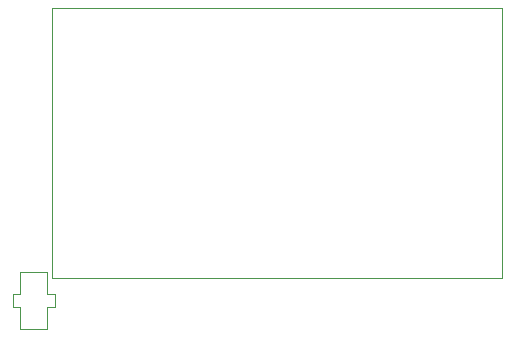
<source format=gbr>
G04 #@! TF.GenerationSoftware,KiCad,Pcbnew,6.0.9+dfsg-1*
G04 #@! TF.CreationDate,2023-03-25T11:37:53-04:00*
G04 #@! TF.ProjectId,fox,666f782e-6b69-4636-9164-5f7063625858,v3.1*
G04 #@! TF.SameCoordinates,Original*
G04 #@! TF.FileFunction,Other,User*
%FSLAX46Y46*%
G04 Gerber Fmt 4.6, Leading zero omitted, Abs format (unit mm)*
G04 Created by KiCad (PCBNEW 6.0.9+dfsg-1) date 2023-03-25 11:37:53*
%MOMM*%
%LPD*%
G01*
G04 APERTURE LIST*
%ADD10C,0.050000*%
G04 APERTURE END LIST*
D10*
G04 #@! TO.C,FL1*
X105388000Y-115111000D02*
X106038000Y-115111000D01*
X108988000Y-115111000D02*
X108988000Y-116231000D01*
X105388000Y-115111000D02*
X105388000Y-116231000D01*
X108338000Y-115111000D02*
X108988000Y-115111000D01*
X108338000Y-118071000D02*
X106038000Y-118071000D01*
X106038000Y-113271000D02*
X106038000Y-115111000D01*
X108338000Y-113271000D02*
X106038000Y-113271000D01*
X105388000Y-116231000D02*
X106038000Y-116231000D01*
X108338000Y-116231000D02*
X108338000Y-118071000D01*
X108338000Y-116231000D02*
X108988000Y-116231000D01*
X108338000Y-115111000D02*
X108338000Y-113271000D01*
X106038000Y-118071000D02*
X106038000Y-116231000D01*
G04 #@! TO.C,U1*
X108712000Y-90932000D02*
X146812000Y-90932000D01*
X146812000Y-90932000D02*
X146812000Y-113792000D01*
X146812000Y-113792000D02*
X108712000Y-113792000D01*
X108712000Y-113792000D02*
X108712000Y-90932000D01*
G04 #@! TD*
M02*

</source>
